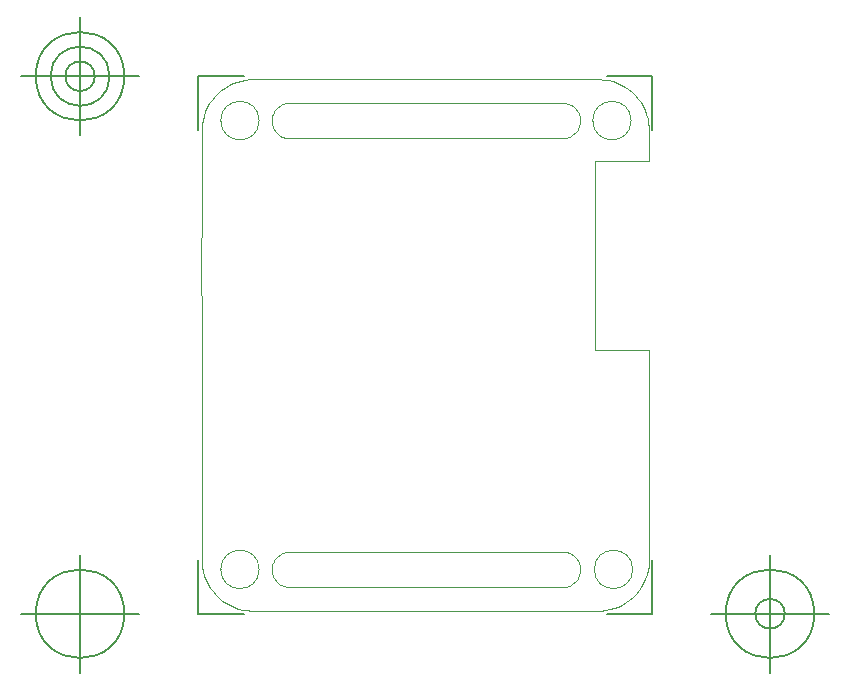
<source format=gbr>
G04 Generated by Ultiboard 14.1 *
%FSLAX34Y34*%
%MOMM*%

%ADD10C,0.0001*%
%ADD11C,0.0010*%
%ADD12C,0.1270*%


G04 ColorRGB 00FFFF for the following layer *
%LNBoard Outline*%
%LPD*%
G54D10*
G54D11*
X450730Y411489D02*
X449391Y415012D01*
X447750Y418404D02*
X445819Y421640D01*
X449391Y415012D02*
X447750Y418404D01*
X405401Y406110D02*
G75*
D01*
G02X405401Y406110I16256J0*
G01*
X429120Y436512D02*
X425682Y438055D01*
X445819Y421640D02*
X443614Y424697D01*
X441151Y427549D02*
X438449Y430175D01*
X443614Y424697D02*
X441151Y427549D01*
X438449Y430175D02*
X435528Y432557D01*
X432410Y434674D01*
X429120Y436512D01*
X409720Y441094D02*
X118889Y441094D01*
X422123Y439294D02*
X418469Y440218D01*
X425682Y438055D02*
X422123Y439294D01*
X418469Y440218D02*
X414749Y440819D01*
X410990Y441094D01*
X409720Y441112D01*
X393817Y410997D02*
X393337Y412213D01*
X387361Y418960D02*
X386212Y419583D01*
X393337Y412213D02*
X392754Y413383D01*
X392070Y414497D01*
X391291Y415547D01*
X390424Y416526D01*
X389476Y417426D01*
X388452Y418239D01*
X387361Y418960D01*
X379396Y421094D02*
X148899Y421094D01*
X386212Y419583D02*
X385013Y420104D01*
X383773Y420518D01*
X382502Y420822D01*
X381208Y421015D01*
X379903Y421094D01*
X379396Y421094D01*
X147592Y421045D02*
X146293Y420896D01*
X148899Y421080D02*
X147592Y421045D01*
X135173Y412658D02*
X134652Y411459D01*
X139208Y417737D02*
X138230Y416870D01*
X146293Y420896D02*
X145012Y420635D01*
X143759Y420263D01*
X142543Y419783D01*
X141373Y419199D01*
X140259Y418515D01*
X139208Y417737D01*
X138230Y416870D02*
X137330Y415921D01*
X136517Y414897D01*
X135796Y413807D01*
X135173Y412658D01*
X90441Y406110D02*
G75*
D01*
G02X90441Y406110I16256J0*
G01*
X107671Y439951D02*
X104045Y438924D01*
X118890Y441094D02*
X115122Y441040D01*
X111373Y440659D01*
X107671Y439951D01*
X87985Y429345D02*
X85358Y426642D01*
X100522Y437585D02*
X97130Y435944D01*
X104045Y438924D02*
X100522Y437585D01*
X97130Y435944D02*
X93893Y434013D01*
X90837Y431808D01*
X87985Y429345D01*
X77478Y413876D02*
X76240Y410316D01*
X82977Y423721D02*
X80860Y420604D01*
X85358Y426642D02*
X82977Y423721D01*
X80860Y420604D02*
X79022Y417314D01*
X77478Y413876D01*
X452900Y396644D02*
X452900Y371586D01*
X452847Y400412D02*
X452465Y404161D01*
X451758Y407863D01*
X450730Y411489D01*
X452900Y396644D02*
X452847Y400412D01*
X385753Y392423D02*
X386923Y393007D01*
X394058Y401987D02*
X394363Y403259D01*
X394555Y404552D01*
X394634Y405857D01*
X394599Y407164D01*
X394451Y408462D01*
X394189Y409744D01*
X393817Y410997D01*
X386923Y393007D02*
X388037Y393690D01*
X389088Y394469D01*
X390067Y395336D01*
X390966Y396284D01*
X391779Y397308D01*
X392500Y398399D01*
X393123Y399548D01*
X393644Y400747D01*
X394058Y401987D01*
X384537Y391943D02*
X385753Y392423D01*
X142084Y392623D02*
X143283Y392102D01*
X134107Y402462D02*
X134479Y401209D01*
X134652Y411459D02*
X134238Y410218D01*
X133934Y408947D01*
X133741Y407654D01*
X133662Y406349D01*
X133697Y405042D01*
X133845Y403743D01*
X134107Y402462D01*
X138821Y394780D02*
X139844Y393967D01*
X140935Y393246D01*
X142084Y392623D01*
X134479Y401209D02*
X134959Y399993D01*
X135543Y398823D01*
X136226Y397709D01*
X137005Y396658D01*
X137872Y395679D01*
X138821Y394780D01*
X74421Y397914D02*
X74421Y349443D01*
X74715Y402942D02*
X74440Y399184D01*
X76240Y410316D02*
X75316Y406663D01*
X74715Y402942D01*
X74440Y399184D02*
X74421Y397914D01*
X379397Y391111D02*
X148900Y391111D01*
X379397Y391126D02*
X380704Y391161D01*
X382003Y391309D01*
X383284Y391571D01*
X384537Y391943D01*
X145795Y391383D02*
X147088Y391191D01*
X148393Y391112D01*
X148900Y391112D01*
X143283Y392102D02*
X144523Y391688D01*
X145795Y391383D01*
X452900Y371586D02*
X407433Y371586D01*
X407433Y211566D01*
X74390Y349442D02*
X73845Y265170D01*
X74440Y251698D01*
X74439Y251697D02*
X74439Y35563D01*
X452918Y211566D02*
X452918Y34273D01*
X452918Y211566D02*
X407433Y211566D01*
X452625Y29245D02*
X452900Y33004D01*
X452919Y34273D01*
X406671Y26110D02*
G75*
D01*
G02X406671Y26110I16256J0*
G01*
X393817Y30997D02*
X393337Y32213D01*
X387361Y38960D02*
X386212Y39583D01*
X393337Y32213D02*
X392754Y33383D01*
X392070Y34497D01*
X391291Y35547D01*
X390424Y36526D01*
X389476Y37426D01*
X388452Y38239D01*
X387361Y38960D01*
X379396Y41126D02*
X148899Y41126D01*
X386212Y39583D02*
X385013Y40104D01*
X383773Y40518D01*
X382502Y40822D01*
X381208Y41015D01*
X379903Y41094D01*
X379396Y41094D01*
X147592Y41091D02*
X146293Y40943D01*
X148899Y41126D02*
X147592Y41091D01*
X135173Y32704D02*
X134652Y31505D01*
X139208Y37783D02*
X138230Y36916D01*
X146293Y40943D02*
X145012Y40681D01*
X143759Y40309D01*
X142543Y39829D01*
X141373Y39246D01*
X140259Y38562D01*
X139208Y37783D01*
X138230Y36916D02*
X137330Y35968D01*
X136517Y34944D01*
X135796Y33853D01*
X135173Y32704D01*
X90441Y26110D02*
G75*
D01*
G02X90441Y26110I16256J0*
G01*
X74440Y35562D02*
X74493Y31794D01*
X446480Y11584D02*
X448318Y14874D01*
X451100Y21871D02*
X452024Y25525D01*
X452625Y29245D01*
X448318Y14874D02*
X449861Y18312D01*
X451100Y21871D01*
X385753Y12423D02*
X386923Y13007D01*
X394058Y21987D02*
X394363Y23259D01*
X394555Y24552D01*
X394634Y25857D01*
X394599Y27164D01*
X394451Y28462D01*
X394189Y29744D01*
X393817Y30997D01*
X386923Y13007D02*
X388037Y13690D01*
X389088Y14469D01*
X390067Y15336D01*
X390966Y16284D01*
X391779Y17308D01*
X392500Y18399D01*
X393123Y19548D01*
X393644Y20747D01*
X394058Y21987D01*
X384537Y11943D02*
X385753Y12423D01*
X142084Y12669D02*
X143283Y12148D01*
X134107Y22509D02*
X134479Y21255D01*
X134652Y31505D02*
X134238Y30265D01*
X133934Y28994D01*
X133741Y27700D01*
X133662Y26395D01*
X133697Y25088D01*
X133845Y23790D01*
X134107Y22509D01*
X138821Y14826D02*
X139844Y14013D01*
X140935Y13292D01*
X142084Y12669D01*
X134479Y21255D02*
X134959Y20039D01*
X135543Y18870D01*
X136226Y17755D01*
X137005Y16705D01*
X137872Y15726D01*
X138821Y14826D01*
X79590Y13803D02*
X81521Y10566D01*
X75582Y24344D02*
X76610Y20718D01*
X74493Y31794D02*
X74875Y28045D01*
X75582Y24344D01*
X77949Y17195D02*
X79590Y13803D01*
X76610Y20718D02*
X77949Y17195D01*
X423295Y-6737D02*
X426818Y-5397D01*
X436503Y379D02*
X439355Y2843D01*
X441982Y5545D01*
X444363Y8466D01*
X446480Y11584D01*
X426818Y-5397D02*
X430210Y-3756D01*
X433447Y-1826D01*
X436503Y379D01*
X415967Y-8471D02*
X419669Y-7764D01*
X423295Y-6737D01*
X379397Y11126D02*
X148900Y11126D01*
X379397Y11126D02*
X380704Y11161D01*
X382003Y11309D01*
X383284Y11571D01*
X384537Y11943D01*
X145795Y11430D02*
X147088Y11237D01*
X148393Y11158D01*
X148900Y11158D01*
X143283Y12148D02*
X144523Y11734D01*
X145795Y11430D01*
X105217Y-7088D02*
X108871Y-8011D01*
X86189Y4658D02*
X88891Y2031D01*
X98220Y-4305D02*
X101658Y-5849D01*
X105217Y-7088D01*
X88891Y2031D02*
X91812Y-350D01*
X94930Y-2467D01*
X98220Y-4305D01*
X81521Y10566D02*
X83726Y7510D01*
X86189Y4658D01*
X408450Y-8906D02*
X117620Y-8906D01*
X408450Y-8906D02*
X412218Y-8853D01*
X415967Y-8471D01*
X108871Y-8011D02*
X112591Y-8613D01*
X116350Y-8888D01*
X117620Y-8906D01*
G54D12*
X71305Y-11446D02*
X71305Y34063D01*
X71305Y-11446D02*
X109720Y-11446D01*
X455459Y-11446D02*
X417043Y-11446D01*
X455459Y-11446D02*
X455459Y34063D01*
X455459Y443652D02*
X455459Y398143D01*
X455459Y443652D02*
X417043Y443652D01*
X71305Y443652D02*
X109720Y443652D01*
X71305Y443652D02*
X71305Y398143D01*
X21305Y-11446D02*
X-78695Y-11446D01*
X-28695Y-61446D02*
X-28695Y38554D01*
X-66195Y-11446D02*
G75*
D01*
G02X-66195Y-11446I37500J0*
G01*
X505459Y-11446D02*
X605459Y-11446D01*
X555459Y-61446D02*
X555459Y38554D01*
X517959Y-11446D02*
G75*
D01*
G02X517959Y-11446I37500J0*
G01*
X542959Y-11446D02*
G75*
D01*
G02X542959Y-11446I12500J0*
G01*
X21305Y443652D02*
X-78695Y443652D01*
X-28695Y393652D02*
X-28695Y493652D01*
X-66195Y443652D02*
G75*
D01*
G02X-66195Y443652I37500J0*
G01*
X-53695Y443652D02*
G75*
D01*
G02X-53695Y443652I25000J0*
G01*
X-41195Y443652D02*
G75*
D01*
G02X-41195Y443652I12500J0*
G01*

M02*

</source>
